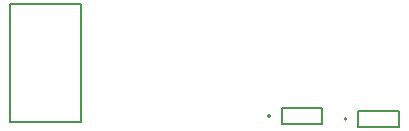
<source format=gbr>
%TF.GenerationSoftware,Altium Limited,Altium Designer,24.10.1 (45)*%
G04 Layer_Color=16711935*
%FSLAX45Y45*%
%MOMM*%
%TF.SameCoordinates,B7086401-7AB7-4448-8119-44CCD126B3FB*%
%TF.FilePolarity,Positive*%
%TF.FileFunction,Other,Mechanical_13*%
%TF.Part,Single*%
G01*
G75*
%TA.AperFunction,NonConductor*%
%ADD25C,0.20000*%
%ADD27C,0.12700*%
D25*
X6843500Y5453000D02*
G03*
X6843500Y5453000I-10000J0D01*
G01*
X6195800Y5478400D02*
G03*
X6195800Y5478400I-10000J0D01*
G01*
D27*
X3997300Y5429100D02*
X4597300D01*
X3997300D02*
Y6429100D01*
X4597300D01*
Y5429100D02*
Y6429100D01*
X6943000Y5383000D02*
Y5523000D01*
X7283000Y5383000D02*
Y5523000D01*
X6943000D02*
X7283000D01*
X6943000Y5383000D02*
X7283000D01*
X6295300Y5408400D02*
Y5548400D01*
X6635300Y5408400D02*
Y5548400D01*
X6295300D02*
X6635300D01*
X6295300Y5408400D02*
X6635300D01*
%TF.MD5,9a00ac4730b50a0885eddc267cd4033b*%
M02*

</source>
